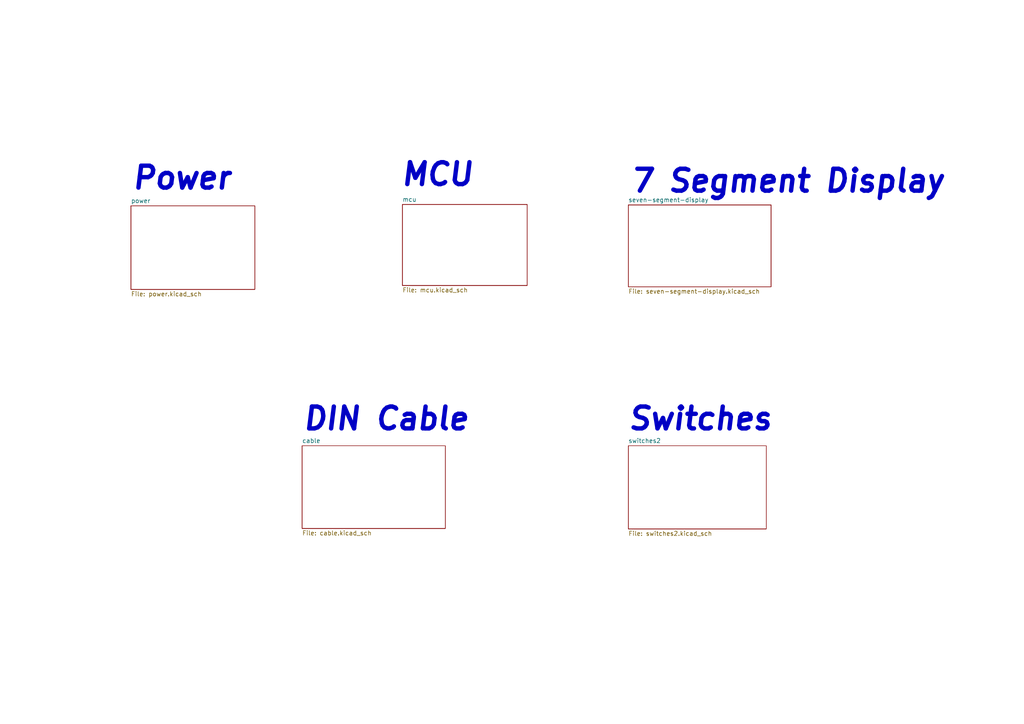
<source format=kicad_sch>
(kicad_sch (version 20230121) (generator eeschema)
  (paper "A4")
  (lib_symbols)
  (text "MCU" (at 115.824 54.483 0) (effects (font (size 6.35 6.35) (thickness 1.27) bold italic) (justify left bottom)))
  (text "Switches\n" (at 181.737 125.349 0) (effects (font (size 6.35 6.35) (thickness 1.27) bold italic) (justify left bottom)))
  (text "7 Segment Display" (at 182.372 56.388 0) (effects (font (size 6.35 6.35) (thickness 1.27) bold italic) (justify left bottom)))
  (text "Power" (at 37.846 55.499 0) (effects (font (size 6.35 6.35) (thickness 1.27) bold italic) (justify left bottom)))
  (text "DIN Cable" (at 87.376 125.349 0) (effects (font (size 6.35 6.35) (thickness 1.27) bold italic) (justify left bottom)))
  (sheet (at 182.245 129.286) (size 40.005 24.13) (stroke (width 0.1524))
    (property "Sheetname" "switches2" (at 182.245 128.5744 0) (effects (justify left bottom)))
    (property "Sheetfile" "switches2.kicad_sch" (at 182.245 154.0006 0) (effects (justify left top)))
  )
  (sheet (at 87.63 129.286) (size 41.529 24.003) (stroke (width 0.1524))
    (property "Sheetname" "cable" (at 87.63 128.5744 0) (effects (justify left bottom)))
    (property "Sheetfile" "cable.kicad_sch" (at 87.63 153.8736 0) (effects (justify left top)))
  )
  (sheet (at 37.973 59.69) (size 35.941 24.257) (stroke (width 0.1524))
    (property "Sheetname" "power" (at 37.973 58.9784 0) (effects (justify left bottom)))
    (property "Sheetfile" "power.kicad_sch" (at 37.973 84.5316 0) (effects (justify left top)))
  )
  (sheet (at 182.245 59.436) (size 41.402 23.749) (stroke (width 0.1524))
    (property "Sheetname" "seven-segment-display" (at 182.245 58.7244 0) (effects (justify left bottom)))
    (property "Sheetfile" "seven-segment-display.kicad_sch" (at 182.245 83.7696 0) (effects (justify left top)))
  )
  (sheet (at 116.713 59.309) (size 36.195 23.495) (stroke (width 0.1524))
    (property "Sheetname" "mcu" (at 116.713 58.5974 0) (effects (justify left bottom)))
    (property "Sheetfile" "mcu.kicad_sch" (at 116.713 83.3886 0) (effects (justify left top)))
  )
)
</source>
